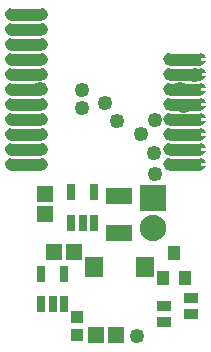
<source format=gts>
G04 MADE WITH FRITZING*
G04 WWW.FRITZING.ORG*
G04 DOUBLE SIDED*
G04 HOLES PLATED*
G04 CONTOUR ON CENTER OF CONTOUR VECTOR*
%ASAXBY*%
%FSLAX23Y23*%
%MOIN*%
%OFA0B0*%
%SFA1.0B1.0*%
%ADD10C,0.049370*%
%ADD11C,0.088000*%
%ADD12R,0.088000X0.088000*%
%ADD13R,0.041496X0.045433*%
%ADD14R,0.031654X0.057244*%
%ADD15R,0.088740X0.057244*%
%ADD16R,0.060000X0.067874*%
%ADD17R,0.053307X0.057244*%
%ADD18R,0.057244X0.053307*%
%ADD19R,0.041496X0.041496*%
%ADD20R,0.110000X0.042000*%
%ADD21R,0.045433X0.037559*%
%ADD22R,0.001000X0.001000*%
%LNMASK1*%
G90*
G70*
G54D10*
X633Y923D03*
G54D11*
X493Y512D03*
X493Y412D03*
G54D10*
X584Y874D03*
X334Y828D03*
X596Y820D03*
X118Y875D03*
X258Y871D03*
X256Y813D03*
X374Y770D03*
X454Y726D03*
X499Y773D03*
X499Y593D03*
X440Y51D03*
X496Y661D03*
G54D12*
X493Y512D03*
G54D13*
X527Y246D03*
X602Y246D03*
X564Y328D03*
G54D14*
X222Y429D03*
X259Y429D03*
X296Y429D03*
X296Y531D03*
X222Y531D03*
G54D15*
X380Y394D03*
X380Y520D03*
G54D16*
X467Y281D03*
X298Y281D03*
G54D17*
X134Y459D03*
X134Y526D03*
G54D18*
X372Y55D03*
X305Y55D03*
G54D19*
X241Y114D03*
X241Y55D03*
G54D18*
X231Y333D03*
X164Y333D03*
G54D20*
X600Y623D03*
X600Y673D03*
X600Y723D03*
X600Y773D03*
X600Y823D03*
X600Y873D03*
X600Y923D03*
X600Y973D03*
X72Y1123D03*
X72Y1073D03*
X72Y1023D03*
X72Y973D03*
X72Y923D03*
X72Y873D03*
X72Y823D03*
X72Y773D03*
X72Y723D03*
X72Y673D03*
X72Y623D03*
G54D14*
X122Y157D03*
X160Y157D03*
X197Y157D03*
X197Y259D03*
X122Y259D03*
G54D21*
X621Y126D03*
X621Y177D03*
X531Y151D03*
X531Y100D03*
G54D22*
X17Y1144D02*
X21Y1144D01*
X122Y1144D02*
X127Y1144D01*
X14Y1143D02*
X21Y1143D01*
X122Y1143D02*
X129Y1143D01*
X12Y1142D02*
X21Y1142D01*
X122Y1142D02*
X131Y1142D01*
X11Y1141D02*
X21Y1141D01*
X122Y1141D02*
X133Y1141D01*
X10Y1140D02*
X21Y1140D01*
X122Y1140D02*
X134Y1140D01*
X8Y1139D02*
X21Y1139D01*
X122Y1139D02*
X135Y1139D01*
X7Y1138D02*
X21Y1138D01*
X122Y1138D02*
X136Y1138D01*
X7Y1137D02*
X21Y1137D01*
X122Y1137D02*
X137Y1137D01*
X6Y1136D02*
X21Y1136D01*
X122Y1136D02*
X138Y1136D01*
X5Y1135D02*
X21Y1135D01*
X122Y1135D02*
X139Y1135D01*
X4Y1134D02*
X21Y1134D01*
X122Y1134D02*
X139Y1134D01*
X4Y1133D02*
X21Y1133D01*
X122Y1133D02*
X140Y1133D01*
X3Y1132D02*
X21Y1132D01*
X122Y1132D02*
X140Y1132D01*
X3Y1131D02*
X21Y1131D01*
X122Y1131D02*
X141Y1131D01*
X2Y1130D02*
X21Y1130D01*
X122Y1130D02*
X141Y1130D01*
X2Y1129D02*
X21Y1129D01*
X122Y1129D02*
X142Y1129D01*
X2Y1128D02*
X21Y1128D01*
X122Y1128D02*
X142Y1128D01*
X2Y1127D02*
X21Y1127D01*
X122Y1127D02*
X142Y1127D01*
X2Y1126D02*
X21Y1126D01*
X122Y1126D02*
X142Y1126D01*
X1Y1125D02*
X21Y1125D01*
X122Y1125D02*
X142Y1125D01*
X1Y1124D02*
X21Y1124D01*
X122Y1124D02*
X142Y1124D01*
X1Y1123D02*
X21Y1123D01*
X122Y1123D02*
X142Y1123D01*
X2Y1122D02*
X21Y1122D01*
X122Y1122D02*
X142Y1122D01*
X2Y1121D02*
X21Y1121D01*
X122Y1121D02*
X142Y1121D01*
X2Y1120D02*
X21Y1120D01*
X122Y1120D02*
X142Y1120D01*
X2Y1119D02*
X21Y1119D01*
X122Y1119D02*
X142Y1119D01*
X2Y1118D02*
X21Y1118D01*
X122Y1118D02*
X141Y1118D01*
X3Y1117D02*
X21Y1117D01*
X122Y1117D02*
X141Y1117D01*
X3Y1116D02*
X21Y1116D01*
X122Y1116D02*
X141Y1116D01*
X4Y1115D02*
X21Y1115D01*
X122Y1115D02*
X140Y1115D01*
X4Y1114D02*
X21Y1114D01*
X122Y1114D02*
X140Y1114D01*
X5Y1113D02*
X21Y1113D01*
X122Y1113D02*
X139Y1113D01*
X5Y1112D02*
X21Y1112D01*
X122Y1112D02*
X138Y1112D01*
X6Y1111D02*
X21Y1111D01*
X122Y1111D02*
X138Y1111D01*
X7Y1110D02*
X21Y1110D01*
X122Y1110D02*
X137Y1110D01*
X8Y1109D02*
X21Y1109D01*
X122Y1109D02*
X136Y1109D01*
X9Y1108D02*
X21Y1108D01*
X122Y1108D02*
X135Y1108D01*
X10Y1107D02*
X21Y1107D01*
X122Y1107D02*
X133Y1107D01*
X12Y1106D02*
X21Y1106D01*
X122Y1106D02*
X132Y1106D01*
X14Y1105D02*
X21Y1105D01*
X122Y1105D02*
X130Y1105D01*
X16Y1104D02*
X21Y1104D01*
X122Y1104D02*
X128Y1104D01*
X20Y1103D02*
X21Y1103D01*
X123Y1103D02*
X124Y1103D01*
X17Y1094D02*
X21Y1094D01*
X122Y1094D02*
X127Y1094D01*
X14Y1093D02*
X21Y1093D01*
X122Y1093D02*
X129Y1093D01*
X12Y1092D02*
X21Y1092D01*
X122Y1092D02*
X131Y1092D01*
X11Y1091D02*
X21Y1091D01*
X122Y1091D02*
X133Y1091D01*
X10Y1090D02*
X21Y1090D01*
X122Y1090D02*
X134Y1090D01*
X8Y1089D02*
X21Y1089D01*
X122Y1089D02*
X135Y1089D01*
X7Y1088D02*
X21Y1088D01*
X122Y1088D02*
X136Y1088D01*
X7Y1087D02*
X21Y1087D01*
X122Y1087D02*
X137Y1087D01*
X6Y1086D02*
X21Y1086D01*
X122Y1086D02*
X138Y1086D01*
X5Y1085D02*
X21Y1085D01*
X122Y1085D02*
X139Y1085D01*
X4Y1084D02*
X21Y1084D01*
X122Y1084D02*
X139Y1084D01*
X4Y1083D02*
X21Y1083D01*
X122Y1083D02*
X140Y1083D01*
X3Y1082D02*
X21Y1082D01*
X122Y1082D02*
X140Y1082D01*
X3Y1081D02*
X21Y1081D01*
X122Y1081D02*
X141Y1081D01*
X2Y1080D02*
X21Y1080D01*
X122Y1080D02*
X141Y1080D01*
X2Y1079D02*
X21Y1079D01*
X122Y1079D02*
X142Y1079D01*
X2Y1078D02*
X21Y1078D01*
X122Y1078D02*
X142Y1078D01*
X2Y1077D02*
X21Y1077D01*
X122Y1077D02*
X142Y1077D01*
X2Y1076D02*
X21Y1076D01*
X122Y1076D02*
X142Y1076D01*
X1Y1075D02*
X21Y1075D01*
X122Y1075D02*
X142Y1075D01*
X1Y1074D02*
X21Y1074D01*
X122Y1074D02*
X142Y1074D01*
X1Y1073D02*
X21Y1073D01*
X122Y1073D02*
X142Y1073D01*
X2Y1072D02*
X21Y1072D01*
X122Y1072D02*
X142Y1072D01*
X2Y1071D02*
X21Y1071D01*
X122Y1071D02*
X142Y1071D01*
X2Y1070D02*
X21Y1070D01*
X122Y1070D02*
X142Y1070D01*
X2Y1069D02*
X21Y1069D01*
X122Y1069D02*
X142Y1069D01*
X2Y1068D02*
X21Y1068D01*
X122Y1068D02*
X141Y1068D01*
X3Y1067D02*
X21Y1067D01*
X122Y1067D02*
X141Y1067D01*
X3Y1066D02*
X21Y1066D01*
X122Y1066D02*
X141Y1066D01*
X4Y1065D02*
X21Y1065D01*
X122Y1065D02*
X140Y1065D01*
X4Y1064D02*
X21Y1064D01*
X122Y1064D02*
X140Y1064D01*
X5Y1063D02*
X21Y1063D01*
X122Y1063D02*
X139Y1063D01*
X5Y1062D02*
X21Y1062D01*
X122Y1062D02*
X138Y1062D01*
X6Y1061D02*
X21Y1061D01*
X122Y1061D02*
X138Y1061D01*
X7Y1060D02*
X21Y1060D01*
X122Y1060D02*
X137Y1060D01*
X8Y1059D02*
X21Y1059D01*
X122Y1059D02*
X136Y1059D01*
X9Y1058D02*
X21Y1058D01*
X122Y1058D02*
X135Y1058D01*
X10Y1057D02*
X21Y1057D01*
X122Y1057D02*
X133Y1057D01*
X12Y1056D02*
X21Y1056D01*
X122Y1056D02*
X132Y1056D01*
X14Y1055D02*
X21Y1055D01*
X122Y1055D02*
X130Y1055D01*
X16Y1054D02*
X21Y1054D01*
X122Y1054D02*
X128Y1054D01*
X20Y1053D02*
X21Y1053D01*
X123Y1053D02*
X124Y1053D01*
X17Y1044D02*
X21Y1044D01*
X122Y1044D02*
X127Y1044D01*
X14Y1043D02*
X21Y1043D01*
X122Y1043D02*
X129Y1043D01*
X12Y1042D02*
X21Y1042D01*
X122Y1042D02*
X131Y1042D01*
X11Y1041D02*
X21Y1041D01*
X122Y1041D02*
X133Y1041D01*
X10Y1040D02*
X21Y1040D01*
X122Y1040D02*
X134Y1040D01*
X8Y1039D02*
X21Y1039D01*
X122Y1039D02*
X135Y1039D01*
X7Y1038D02*
X21Y1038D01*
X122Y1038D02*
X136Y1038D01*
X7Y1037D02*
X21Y1037D01*
X122Y1037D02*
X137Y1037D01*
X6Y1036D02*
X21Y1036D01*
X122Y1036D02*
X138Y1036D01*
X5Y1035D02*
X21Y1035D01*
X122Y1035D02*
X139Y1035D01*
X4Y1034D02*
X21Y1034D01*
X122Y1034D02*
X139Y1034D01*
X4Y1033D02*
X21Y1033D01*
X122Y1033D02*
X140Y1033D01*
X3Y1032D02*
X21Y1032D01*
X122Y1032D02*
X140Y1032D01*
X3Y1031D02*
X21Y1031D01*
X122Y1031D02*
X141Y1031D01*
X2Y1030D02*
X21Y1030D01*
X122Y1030D02*
X141Y1030D01*
X2Y1029D02*
X21Y1029D01*
X122Y1029D02*
X142Y1029D01*
X2Y1028D02*
X21Y1028D01*
X122Y1028D02*
X142Y1028D01*
X2Y1027D02*
X21Y1027D01*
X122Y1027D02*
X142Y1027D01*
X2Y1026D02*
X21Y1026D01*
X122Y1026D02*
X142Y1026D01*
X1Y1025D02*
X21Y1025D01*
X122Y1025D02*
X142Y1025D01*
X1Y1024D02*
X21Y1024D01*
X122Y1024D02*
X142Y1024D01*
X1Y1023D02*
X21Y1023D01*
X122Y1023D02*
X142Y1023D01*
X2Y1022D02*
X21Y1022D01*
X122Y1022D02*
X142Y1022D01*
X2Y1021D02*
X21Y1021D01*
X122Y1021D02*
X142Y1021D01*
X2Y1020D02*
X21Y1020D01*
X122Y1020D02*
X142Y1020D01*
X2Y1019D02*
X21Y1019D01*
X122Y1019D02*
X142Y1019D01*
X2Y1018D02*
X21Y1018D01*
X122Y1018D02*
X141Y1018D01*
X3Y1017D02*
X21Y1017D01*
X122Y1017D02*
X141Y1017D01*
X3Y1016D02*
X21Y1016D01*
X122Y1016D02*
X141Y1016D01*
X4Y1015D02*
X21Y1015D01*
X122Y1015D02*
X140Y1015D01*
X4Y1014D02*
X21Y1014D01*
X122Y1014D02*
X140Y1014D01*
X5Y1013D02*
X21Y1013D01*
X122Y1013D02*
X139Y1013D01*
X5Y1012D02*
X21Y1012D01*
X122Y1012D02*
X138Y1012D01*
X6Y1011D02*
X21Y1011D01*
X122Y1011D02*
X138Y1011D01*
X7Y1010D02*
X21Y1010D01*
X122Y1010D02*
X137Y1010D01*
X8Y1009D02*
X21Y1009D01*
X122Y1009D02*
X136Y1009D01*
X9Y1008D02*
X21Y1008D01*
X122Y1008D02*
X135Y1008D01*
X10Y1007D02*
X21Y1007D01*
X122Y1007D02*
X133Y1007D01*
X12Y1006D02*
X21Y1006D01*
X122Y1006D02*
X132Y1006D01*
X14Y1005D02*
X21Y1005D01*
X122Y1005D02*
X130Y1005D01*
X16Y1004D02*
X21Y1004D01*
X122Y1004D02*
X128Y1004D01*
X20Y1003D02*
X21Y1003D01*
X123Y1003D02*
X124Y1003D01*
X17Y994D02*
X21Y994D01*
X122Y994D02*
X127Y994D01*
X545Y994D02*
X549Y994D01*
X650Y994D02*
X655Y994D01*
X14Y993D02*
X21Y993D01*
X122Y993D02*
X129Y993D01*
X542Y993D02*
X549Y993D01*
X650Y993D02*
X657Y993D01*
X12Y992D02*
X21Y992D01*
X122Y992D02*
X131Y992D01*
X540Y992D02*
X549Y992D01*
X650Y992D02*
X659Y992D01*
X11Y991D02*
X21Y991D01*
X122Y991D02*
X133Y991D01*
X539Y991D02*
X549Y991D01*
X650Y991D02*
X661Y991D01*
X10Y990D02*
X21Y990D01*
X122Y990D02*
X134Y990D01*
X537Y990D02*
X549Y990D01*
X650Y990D02*
X662Y990D01*
X8Y989D02*
X21Y989D01*
X122Y989D02*
X135Y989D01*
X536Y989D02*
X549Y989D01*
X650Y989D02*
X663Y989D01*
X7Y988D02*
X21Y988D01*
X122Y988D02*
X136Y988D01*
X535Y988D02*
X549Y988D01*
X650Y988D02*
X664Y988D01*
X7Y987D02*
X21Y987D01*
X122Y987D02*
X137Y987D01*
X534Y987D02*
X549Y987D01*
X650Y987D02*
X665Y987D01*
X6Y986D02*
X21Y986D01*
X122Y986D02*
X138Y986D01*
X533Y986D02*
X549Y986D01*
X650Y986D02*
X666Y986D01*
X5Y985D02*
X21Y985D01*
X122Y985D02*
X139Y985D01*
X533Y985D02*
X549Y985D01*
X650Y985D02*
X667Y985D01*
X4Y984D02*
X21Y984D01*
X122Y984D02*
X139Y984D01*
X532Y984D02*
X549Y984D01*
X650Y984D02*
X667Y984D01*
X4Y983D02*
X21Y983D01*
X122Y983D02*
X140Y983D01*
X532Y983D02*
X549Y983D01*
X650Y983D02*
X668Y983D01*
X3Y982D02*
X21Y982D01*
X122Y982D02*
X140Y982D01*
X531Y982D02*
X549Y982D01*
X650Y982D02*
X668Y982D01*
X3Y981D02*
X21Y981D01*
X122Y981D02*
X141Y981D01*
X531Y981D02*
X549Y981D01*
X650Y981D02*
X669Y981D01*
X2Y980D02*
X21Y980D01*
X122Y980D02*
X141Y980D01*
X530Y980D02*
X549Y980D01*
X650Y980D02*
X669Y980D01*
X2Y979D02*
X21Y979D01*
X122Y979D02*
X142Y979D01*
X530Y979D02*
X549Y979D01*
X650Y979D02*
X669Y979D01*
X2Y978D02*
X21Y978D01*
X122Y978D02*
X142Y978D01*
X530Y978D02*
X549Y978D01*
X2Y977D02*
X21Y977D01*
X122Y977D02*
X142Y977D01*
X529Y977D02*
X549Y977D01*
X2Y976D02*
X21Y976D01*
X122Y976D02*
X142Y976D01*
X529Y976D02*
X549Y976D01*
X1Y975D02*
X21Y975D01*
X122Y975D02*
X142Y975D01*
X529Y975D02*
X549Y975D01*
X1Y974D02*
X21Y974D01*
X122Y974D02*
X142Y974D01*
X529Y974D02*
X549Y974D01*
X1Y973D02*
X21Y973D01*
X122Y973D02*
X142Y973D01*
X529Y973D02*
X549Y973D01*
X2Y972D02*
X21Y972D01*
X122Y972D02*
X142Y972D01*
X529Y972D02*
X549Y972D01*
X2Y971D02*
X21Y971D01*
X122Y971D02*
X142Y971D01*
X529Y971D02*
X549Y971D01*
X2Y970D02*
X21Y970D01*
X122Y970D02*
X142Y970D01*
X530Y970D02*
X549Y970D01*
X2Y969D02*
X21Y969D01*
X122Y969D02*
X142Y969D01*
X530Y969D02*
X549Y969D01*
X650Y969D02*
X669Y969D01*
X2Y968D02*
X21Y968D01*
X122Y968D02*
X141Y968D01*
X530Y968D02*
X549Y968D01*
X650Y968D02*
X669Y968D01*
X3Y967D02*
X21Y967D01*
X122Y967D02*
X141Y967D01*
X530Y967D02*
X549Y967D01*
X650Y967D02*
X669Y967D01*
X3Y966D02*
X21Y966D01*
X122Y966D02*
X141Y966D01*
X531Y966D02*
X549Y966D01*
X650Y966D02*
X668Y966D01*
X4Y965D02*
X21Y965D01*
X122Y965D02*
X140Y965D01*
X531Y965D02*
X549Y965D01*
X650Y965D02*
X668Y965D01*
X4Y964D02*
X21Y964D01*
X122Y964D02*
X140Y964D01*
X532Y964D02*
X549Y964D01*
X650Y964D02*
X667Y964D01*
X5Y963D02*
X21Y963D01*
X122Y963D02*
X139Y963D01*
X533Y963D02*
X549Y963D01*
X650Y963D02*
X667Y963D01*
X5Y962D02*
X21Y962D01*
X122Y962D02*
X138Y962D01*
X533Y962D02*
X549Y962D01*
X650Y962D02*
X666Y962D01*
X6Y961D02*
X21Y961D01*
X122Y961D02*
X138Y961D01*
X534Y961D02*
X549Y961D01*
X650Y961D02*
X665Y961D01*
X7Y960D02*
X21Y960D01*
X122Y960D02*
X137Y960D01*
X535Y960D02*
X549Y960D01*
X650Y960D02*
X664Y960D01*
X8Y959D02*
X21Y959D01*
X122Y959D02*
X136Y959D01*
X536Y959D02*
X549Y959D01*
X650Y959D02*
X663Y959D01*
X9Y958D02*
X21Y958D01*
X122Y958D02*
X135Y958D01*
X537Y958D02*
X549Y958D01*
X650Y958D02*
X662Y958D01*
X10Y957D02*
X21Y957D01*
X122Y957D02*
X133Y957D01*
X538Y957D02*
X549Y957D01*
X650Y957D02*
X661Y957D01*
X12Y956D02*
X21Y956D01*
X122Y956D02*
X132Y956D01*
X540Y956D02*
X549Y956D01*
X650Y956D02*
X660Y956D01*
X14Y955D02*
X21Y955D01*
X122Y955D02*
X130Y955D01*
X541Y955D02*
X549Y955D01*
X650Y955D02*
X658Y955D01*
X16Y954D02*
X21Y954D01*
X122Y954D02*
X128Y954D01*
X544Y954D02*
X549Y954D01*
X650Y954D02*
X656Y954D01*
X20Y953D02*
X21Y953D01*
X123Y953D02*
X124Y953D01*
X548Y953D02*
X549Y953D01*
X650Y953D02*
X652Y953D01*
X17Y944D02*
X21Y944D01*
X122Y944D02*
X127Y944D01*
X545Y944D02*
X549Y944D01*
X650Y944D02*
X655Y944D01*
X14Y943D02*
X21Y943D01*
X122Y943D02*
X129Y943D01*
X542Y943D02*
X549Y943D01*
X650Y943D02*
X657Y943D01*
X12Y942D02*
X21Y942D01*
X122Y942D02*
X131Y942D01*
X540Y942D02*
X549Y942D01*
X650Y942D02*
X659Y942D01*
X11Y941D02*
X21Y941D01*
X122Y941D02*
X133Y941D01*
X539Y941D02*
X549Y941D01*
X650Y941D02*
X661Y941D01*
X10Y940D02*
X21Y940D01*
X122Y940D02*
X134Y940D01*
X537Y940D02*
X549Y940D01*
X650Y940D02*
X662Y940D01*
X8Y939D02*
X21Y939D01*
X122Y939D02*
X135Y939D01*
X536Y939D02*
X549Y939D01*
X650Y939D02*
X663Y939D01*
X7Y938D02*
X21Y938D01*
X122Y938D02*
X136Y938D01*
X535Y938D02*
X549Y938D01*
X650Y938D02*
X664Y938D01*
X7Y937D02*
X21Y937D01*
X122Y937D02*
X137Y937D01*
X534Y937D02*
X549Y937D01*
X650Y937D02*
X665Y937D01*
X6Y936D02*
X21Y936D01*
X122Y936D02*
X138Y936D01*
X533Y936D02*
X549Y936D01*
X650Y936D02*
X666Y936D01*
X5Y935D02*
X21Y935D01*
X122Y935D02*
X139Y935D01*
X533Y935D02*
X549Y935D01*
X650Y935D02*
X667Y935D01*
X4Y934D02*
X21Y934D01*
X122Y934D02*
X139Y934D01*
X532Y934D02*
X549Y934D01*
X650Y934D02*
X667Y934D01*
X4Y933D02*
X21Y933D01*
X122Y933D02*
X140Y933D01*
X532Y933D02*
X549Y933D01*
X650Y933D02*
X668Y933D01*
X3Y932D02*
X21Y932D01*
X122Y932D02*
X140Y932D01*
X531Y932D02*
X549Y932D01*
X650Y932D02*
X668Y932D01*
X3Y931D02*
X21Y931D01*
X122Y931D02*
X141Y931D01*
X531Y931D02*
X549Y931D01*
X650Y931D02*
X669Y931D01*
X2Y930D02*
X21Y930D01*
X122Y930D02*
X141Y930D01*
X530Y930D02*
X549Y930D01*
X650Y930D02*
X669Y930D01*
X2Y929D02*
X21Y929D01*
X122Y929D02*
X142Y929D01*
X530Y929D02*
X549Y929D01*
X650Y929D02*
X669Y929D01*
X2Y928D02*
X21Y928D01*
X122Y928D02*
X142Y928D01*
X530Y928D02*
X549Y928D01*
X2Y927D02*
X21Y927D01*
X122Y927D02*
X142Y927D01*
X529Y927D02*
X549Y927D01*
X2Y926D02*
X21Y926D01*
X122Y926D02*
X142Y926D01*
X529Y926D02*
X549Y926D01*
X1Y925D02*
X21Y925D01*
X122Y925D02*
X142Y925D01*
X529Y925D02*
X549Y925D01*
X1Y924D02*
X21Y924D01*
X122Y924D02*
X142Y924D01*
X529Y924D02*
X549Y924D01*
X1Y923D02*
X21Y923D01*
X122Y923D02*
X142Y923D01*
X529Y923D02*
X549Y923D01*
X2Y922D02*
X21Y922D01*
X122Y922D02*
X142Y922D01*
X529Y922D02*
X549Y922D01*
X2Y921D02*
X21Y921D01*
X122Y921D02*
X142Y921D01*
X529Y921D02*
X549Y921D01*
X2Y920D02*
X21Y920D01*
X122Y920D02*
X142Y920D01*
X530Y920D02*
X549Y920D01*
X2Y919D02*
X21Y919D01*
X122Y919D02*
X142Y919D01*
X530Y919D02*
X549Y919D01*
X650Y919D02*
X669Y919D01*
X2Y918D02*
X21Y918D01*
X122Y918D02*
X141Y918D01*
X530Y918D02*
X549Y918D01*
X650Y918D02*
X669Y918D01*
X3Y917D02*
X21Y917D01*
X122Y917D02*
X141Y917D01*
X530Y917D02*
X549Y917D01*
X650Y917D02*
X669Y917D01*
X3Y916D02*
X21Y916D01*
X122Y916D02*
X141Y916D01*
X531Y916D02*
X549Y916D01*
X650Y916D02*
X668Y916D01*
X4Y915D02*
X21Y915D01*
X122Y915D02*
X140Y915D01*
X531Y915D02*
X549Y915D01*
X650Y915D02*
X668Y915D01*
X4Y914D02*
X21Y914D01*
X122Y914D02*
X140Y914D01*
X532Y914D02*
X549Y914D01*
X650Y914D02*
X667Y914D01*
X5Y913D02*
X21Y913D01*
X122Y913D02*
X139Y913D01*
X533Y913D02*
X549Y913D01*
X650Y913D02*
X667Y913D01*
X5Y912D02*
X21Y912D01*
X122Y912D02*
X138Y912D01*
X533Y912D02*
X549Y912D01*
X650Y912D02*
X666Y912D01*
X6Y911D02*
X21Y911D01*
X122Y911D02*
X138Y911D01*
X534Y911D02*
X549Y911D01*
X650Y911D02*
X665Y911D01*
X7Y910D02*
X21Y910D01*
X122Y910D02*
X137Y910D01*
X535Y910D02*
X549Y910D01*
X650Y910D02*
X664Y910D01*
X8Y909D02*
X21Y909D01*
X122Y909D02*
X136Y909D01*
X536Y909D02*
X549Y909D01*
X650Y909D02*
X663Y909D01*
X9Y908D02*
X21Y908D01*
X122Y908D02*
X135Y908D01*
X537Y908D02*
X549Y908D01*
X650Y908D02*
X662Y908D01*
X10Y907D02*
X21Y907D01*
X122Y907D02*
X133Y907D01*
X538Y907D02*
X549Y907D01*
X650Y907D02*
X661Y907D01*
X12Y906D02*
X21Y906D01*
X122Y906D02*
X132Y906D01*
X540Y906D02*
X549Y906D01*
X650Y906D02*
X660Y906D01*
X14Y905D02*
X21Y905D01*
X122Y905D02*
X130Y905D01*
X541Y905D02*
X549Y905D01*
X650Y905D02*
X658Y905D01*
X16Y904D02*
X21Y904D01*
X122Y904D02*
X128Y904D01*
X544Y904D02*
X549Y904D01*
X650Y904D02*
X656Y904D01*
X20Y903D02*
X21Y903D01*
X123Y903D02*
X124Y903D01*
X548Y903D02*
X549Y903D01*
X650Y903D02*
X652Y903D01*
X17Y894D02*
X21Y894D01*
X122Y894D02*
X127Y894D01*
X545Y894D02*
X549Y894D01*
X650Y894D02*
X655Y894D01*
X14Y893D02*
X21Y893D01*
X122Y893D02*
X129Y893D01*
X542Y893D02*
X549Y893D01*
X650Y893D02*
X657Y893D01*
X12Y892D02*
X21Y892D01*
X122Y892D02*
X131Y892D01*
X540Y892D02*
X549Y892D01*
X650Y892D02*
X659Y892D01*
X11Y891D02*
X21Y891D01*
X122Y891D02*
X133Y891D01*
X539Y891D02*
X549Y891D01*
X650Y891D02*
X661Y891D01*
X10Y890D02*
X21Y890D01*
X122Y890D02*
X134Y890D01*
X537Y890D02*
X549Y890D01*
X650Y890D02*
X662Y890D01*
X8Y889D02*
X21Y889D01*
X122Y889D02*
X135Y889D01*
X536Y889D02*
X549Y889D01*
X650Y889D02*
X663Y889D01*
X7Y888D02*
X21Y888D01*
X122Y888D02*
X136Y888D01*
X535Y888D02*
X549Y888D01*
X650Y888D02*
X664Y888D01*
X7Y887D02*
X21Y887D01*
X122Y887D02*
X137Y887D01*
X534Y887D02*
X549Y887D01*
X650Y887D02*
X665Y887D01*
X6Y886D02*
X21Y886D01*
X122Y886D02*
X138Y886D01*
X533Y886D02*
X549Y886D01*
X650Y886D02*
X666Y886D01*
X5Y885D02*
X21Y885D01*
X122Y885D02*
X139Y885D01*
X533Y885D02*
X549Y885D01*
X650Y885D02*
X667Y885D01*
X4Y884D02*
X21Y884D01*
X122Y884D02*
X139Y884D01*
X532Y884D02*
X549Y884D01*
X650Y884D02*
X667Y884D01*
X4Y883D02*
X21Y883D01*
X122Y883D02*
X140Y883D01*
X532Y883D02*
X549Y883D01*
X650Y883D02*
X668Y883D01*
X3Y882D02*
X21Y882D01*
X122Y882D02*
X140Y882D01*
X531Y882D02*
X549Y882D01*
X650Y882D02*
X668Y882D01*
X3Y881D02*
X21Y881D01*
X122Y881D02*
X141Y881D01*
X531Y881D02*
X549Y881D01*
X650Y881D02*
X669Y881D01*
X2Y880D02*
X21Y880D01*
X122Y880D02*
X141Y880D01*
X530Y880D02*
X549Y880D01*
X650Y880D02*
X669Y880D01*
X2Y879D02*
X21Y879D01*
X122Y879D02*
X142Y879D01*
X530Y879D02*
X549Y879D01*
X650Y879D02*
X669Y879D01*
X2Y878D02*
X21Y878D01*
X122Y878D02*
X142Y878D01*
X530Y878D02*
X549Y878D01*
X2Y877D02*
X21Y877D01*
X122Y877D02*
X142Y877D01*
X529Y877D02*
X549Y877D01*
X2Y876D02*
X21Y876D01*
X122Y876D02*
X142Y876D01*
X529Y876D02*
X549Y876D01*
X1Y875D02*
X21Y875D01*
X122Y875D02*
X142Y875D01*
X529Y875D02*
X549Y875D01*
X1Y874D02*
X21Y874D01*
X122Y874D02*
X142Y874D01*
X529Y874D02*
X549Y874D01*
X1Y873D02*
X21Y873D01*
X122Y873D02*
X142Y873D01*
X529Y873D02*
X549Y873D01*
X2Y872D02*
X21Y872D01*
X122Y872D02*
X142Y872D01*
X529Y872D02*
X549Y872D01*
X2Y871D02*
X21Y871D01*
X122Y871D02*
X142Y871D01*
X529Y871D02*
X549Y871D01*
X2Y870D02*
X21Y870D01*
X122Y870D02*
X142Y870D01*
X530Y870D02*
X549Y870D01*
X2Y869D02*
X21Y869D01*
X122Y869D02*
X142Y869D01*
X530Y869D02*
X549Y869D01*
X650Y869D02*
X669Y869D01*
X2Y868D02*
X21Y868D01*
X122Y868D02*
X141Y868D01*
X530Y868D02*
X549Y868D01*
X650Y868D02*
X669Y868D01*
X3Y867D02*
X21Y867D01*
X122Y867D02*
X141Y867D01*
X530Y867D02*
X549Y867D01*
X650Y867D02*
X669Y867D01*
X3Y866D02*
X21Y866D01*
X122Y866D02*
X141Y866D01*
X531Y866D02*
X549Y866D01*
X650Y866D02*
X668Y866D01*
X4Y865D02*
X21Y865D01*
X122Y865D02*
X140Y865D01*
X531Y865D02*
X549Y865D01*
X650Y865D02*
X668Y865D01*
X4Y864D02*
X21Y864D01*
X122Y864D02*
X140Y864D01*
X532Y864D02*
X549Y864D01*
X650Y864D02*
X667Y864D01*
X5Y863D02*
X21Y863D01*
X122Y863D02*
X139Y863D01*
X533Y863D02*
X549Y863D01*
X650Y863D02*
X667Y863D01*
X5Y862D02*
X21Y862D01*
X122Y862D02*
X138Y862D01*
X533Y862D02*
X549Y862D01*
X650Y862D02*
X666Y862D01*
X6Y861D02*
X21Y861D01*
X122Y861D02*
X138Y861D01*
X534Y861D02*
X549Y861D01*
X650Y861D02*
X665Y861D01*
X7Y860D02*
X21Y860D01*
X122Y860D02*
X137Y860D01*
X535Y860D02*
X549Y860D01*
X650Y860D02*
X664Y860D01*
X8Y859D02*
X21Y859D01*
X122Y859D02*
X136Y859D01*
X536Y859D02*
X549Y859D01*
X650Y859D02*
X663Y859D01*
X9Y858D02*
X21Y858D01*
X122Y858D02*
X135Y858D01*
X537Y858D02*
X549Y858D01*
X650Y858D02*
X662Y858D01*
X10Y857D02*
X21Y857D01*
X122Y857D02*
X133Y857D01*
X538Y857D02*
X549Y857D01*
X650Y857D02*
X661Y857D01*
X12Y856D02*
X21Y856D01*
X122Y856D02*
X132Y856D01*
X540Y856D02*
X549Y856D01*
X650Y856D02*
X660Y856D01*
X14Y855D02*
X21Y855D01*
X122Y855D02*
X130Y855D01*
X541Y855D02*
X549Y855D01*
X650Y855D02*
X658Y855D01*
X16Y854D02*
X21Y854D01*
X122Y854D02*
X128Y854D01*
X544Y854D02*
X549Y854D01*
X650Y854D02*
X656Y854D01*
X20Y853D02*
X21Y853D01*
X123Y853D02*
X124Y853D01*
X548Y853D02*
X549Y853D01*
X650Y853D02*
X652Y853D01*
X17Y844D02*
X21Y844D01*
X122Y844D02*
X127Y844D01*
X545Y844D02*
X549Y844D01*
X650Y844D02*
X655Y844D01*
X14Y843D02*
X21Y843D01*
X122Y843D02*
X129Y843D01*
X542Y843D02*
X549Y843D01*
X650Y843D02*
X657Y843D01*
X12Y842D02*
X21Y842D01*
X122Y842D02*
X131Y842D01*
X540Y842D02*
X549Y842D01*
X650Y842D02*
X659Y842D01*
X11Y841D02*
X21Y841D01*
X122Y841D02*
X133Y841D01*
X539Y841D02*
X549Y841D01*
X650Y841D02*
X661Y841D01*
X10Y840D02*
X21Y840D01*
X122Y840D02*
X134Y840D01*
X537Y840D02*
X549Y840D01*
X650Y840D02*
X662Y840D01*
X8Y839D02*
X21Y839D01*
X122Y839D02*
X135Y839D01*
X536Y839D02*
X549Y839D01*
X650Y839D02*
X663Y839D01*
X7Y838D02*
X21Y838D01*
X122Y838D02*
X136Y838D01*
X535Y838D02*
X549Y838D01*
X650Y838D02*
X664Y838D01*
X7Y837D02*
X21Y837D01*
X122Y837D02*
X137Y837D01*
X534Y837D02*
X549Y837D01*
X650Y837D02*
X665Y837D01*
X6Y836D02*
X21Y836D01*
X122Y836D02*
X138Y836D01*
X533Y836D02*
X549Y836D01*
X650Y836D02*
X666Y836D01*
X5Y835D02*
X21Y835D01*
X122Y835D02*
X139Y835D01*
X533Y835D02*
X549Y835D01*
X650Y835D02*
X667Y835D01*
X4Y834D02*
X21Y834D01*
X122Y834D02*
X139Y834D01*
X532Y834D02*
X549Y834D01*
X650Y834D02*
X667Y834D01*
X4Y833D02*
X21Y833D01*
X122Y833D02*
X140Y833D01*
X532Y833D02*
X549Y833D01*
X650Y833D02*
X668Y833D01*
X3Y832D02*
X21Y832D01*
X122Y832D02*
X140Y832D01*
X531Y832D02*
X549Y832D01*
X650Y832D02*
X668Y832D01*
X3Y831D02*
X21Y831D01*
X122Y831D02*
X141Y831D01*
X531Y831D02*
X549Y831D01*
X650Y831D02*
X669Y831D01*
X2Y830D02*
X21Y830D01*
X122Y830D02*
X141Y830D01*
X530Y830D02*
X549Y830D01*
X650Y830D02*
X669Y830D01*
X2Y829D02*
X21Y829D01*
X122Y829D02*
X142Y829D01*
X530Y829D02*
X549Y829D01*
X650Y829D02*
X669Y829D01*
X2Y828D02*
X21Y828D01*
X122Y828D02*
X142Y828D01*
X530Y828D02*
X549Y828D01*
X2Y827D02*
X21Y827D01*
X122Y827D02*
X142Y827D01*
X529Y827D02*
X549Y827D01*
X2Y826D02*
X21Y826D01*
X122Y826D02*
X142Y826D01*
X529Y826D02*
X549Y826D01*
X1Y825D02*
X21Y825D01*
X122Y825D02*
X142Y825D01*
X529Y825D02*
X549Y825D01*
X1Y824D02*
X21Y824D01*
X122Y824D02*
X142Y824D01*
X529Y824D02*
X549Y824D01*
X1Y823D02*
X21Y823D01*
X122Y823D02*
X142Y823D01*
X529Y823D02*
X549Y823D01*
X2Y822D02*
X21Y822D01*
X122Y822D02*
X142Y822D01*
X529Y822D02*
X549Y822D01*
X2Y821D02*
X21Y821D01*
X122Y821D02*
X142Y821D01*
X529Y821D02*
X549Y821D01*
X2Y820D02*
X21Y820D01*
X122Y820D02*
X142Y820D01*
X530Y820D02*
X549Y820D01*
X2Y819D02*
X21Y819D01*
X122Y819D02*
X142Y819D01*
X530Y819D02*
X549Y819D01*
X650Y819D02*
X669Y819D01*
X2Y818D02*
X21Y818D01*
X122Y818D02*
X141Y818D01*
X530Y818D02*
X549Y818D01*
X650Y818D02*
X669Y818D01*
X3Y817D02*
X21Y817D01*
X122Y817D02*
X141Y817D01*
X530Y817D02*
X549Y817D01*
X650Y817D02*
X669Y817D01*
X3Y816D02*
X21Y816D01*
X122Y816D02*
X141Y816D01*
X531Y816D02*
X549Y816D01*
X650Y816D02*
X668Y816D01*
X4Y815D02*
X21Y815D01*
X122Y815D02*
X140Y815D01*
X531Y815D02*
X549Y815D01*
X650Y815D02*
X668Y815D01*
X4Y814D02*
X21Y814D01*
X122Y814D02*
X140Y814D01*
X532Y814D02*
X549Y814D01*
X650Y814D02*
X667Y814D01*
X5Y813D02*
X21Y813D01*
X122Y813D02*
X139Y813D01*
X533Y813D02*
X549Y813D01*
X650Y813D02*
X667Y813D01*
X5Y812D02*
X21Y812D01*
X122Y812D02*
X138Y812D01*
X533Y812D02*
X549Y812D01*
X650Y812D02*
X666Y812D01*
X6Y811D02*
X21Y811D01*
X122Y811D02*
X138Y811D01*
X534Y811D02*
X549Y811D01*
X650Y811D02*
X665Y811D01*
X7Y810D02*
X21Y810D01*
X122Y810D02*
X137Y810D01*
X535Y810D02*
X549Y810D01*
X650Y810D02*
X664Y810D01*
X8Y809D02*
X21Y809D01*
X122Y809D02*
X136Y809D01*
X536Y809D02*
X549Y809D01*
X650Y809D02*
X663Y809D01*
X9Y808D02*
X21Y808D01*
X122Y808D02*
X135Y808D01*
X537Y808D02*
X549Y808D01*
X650Y808D02*
X662Y808D01*
X10Y807D02*
X21Y807D01*
X122Y807D02*
X133Y807D01*
X538Y807D02*
X549Y807D01*
X650Y807D02*
X661Y807D01*
X12Y806D02*
X21Y806D01*
X122Y806D02*
X132Y806D01*
X540Y806D02*
X549Y806D01*
X650Y806D02*
X660Y806D01*
X14Y805D02*
X21Y805D01*
X122Y805D02*
X130Y805D01*
X541Y805D02*
X549Y805D01*
X650Y805D02*
X658Y805D01*
X16Y804D02*
X21Y804D01*
X122Y804D02*
X128Y804D01*
X544Y804D02*
X549Y804D01*
X650Y804D02*
X656Y804D01*
X20Y803D02*
X21Y803D01*
X123Y803D02*
X124Y803D01*
X548Y803D02*
X549Y803D01*
X650Y803D02*
X651Y803D01*
X17Y794D02*
X21Y794D01*
X122Y794D02*
X127Y794D01*
X545Y794D02*
X549Y794D01*
X650Y794D02*
X655Y794D01*
X14Y793D02*
X21Y793D01*
X122Y793D02*
X129Y793D01*
X542Y793D02*
X549Y793D01*
X650Y793D02*
X657Y793D01*
X12Y792D02*
X21Y792D01*
X122Y792D02*
X131Y792D01*
X540Y792D02*
X549Y792D01*
X650Y792D02*
X659Y792D01*
X11Y791D02*
X21Y791D01*
X122Y791D02*
X133Y791D01*
X539Y791D02*
X549Y791D01*
X650Y791D02*
X661Y791D01*
X10Y790D02*
X21Y790D01*
X122Y790D02*
X134Y790D01*
X537Y790D02*
X549Y790D01*
X650Y790D02*
X662Y790D01*
X8Y789D02*
X21Y789D01*
X122Y789D02*
X135Y789D01*
X536Y789D02*
X549Y789D01*
X650Y789D02*
X663Y789D01*
X7Y788D02*
X21Y788D01*
X122Y788D02*
X136Y788D01*
X535Y788D02*
X549Y788D01*
X650Y788D02*
X664Y788D01*
X7Y787D02*
X21Y787D01*
X122Y787D02*
X137Y787D01*
X534Y787D02*
X549Y787D01*
X650Y787D02*
X665Y787D01*
X6Y786D02*
X21Y786D01*
X122Y786D02*
X138Y786D01*
X533Y786D02*
X549Y786D01*
X650Y786D02*
X666Y786D01*
X5Y785D02*
X21Y785D01*
X122Y785D02*
X139Y785D01*
X533Y785D02*
X549Y785D01*
X650Y785D02*
X667Y785D01*
X4Y784D02*
X21Y784D01*
X122Y784D02*
X139Y784D01*
X532Y784D02*
X549Y784D01*
X650Y784D02*
X667Y784D01*
X4Y783D02*
X21Y783D01*
X122Y783D02*
X140Y783D01*
X532Y783D02*
X549Y783D01*
X650Y783D02*
X668Y783D01*
X3Y782D02*
X21Y782D01*
X122Y782D02*
X140Y782D01*
X531Y782D02*
X549Y782D01*
X650Y782D02*
X668Y782D01*
X3Y781D02*
X21Y781D01*
X122Y781D02*
X141Y781D01*
X531Y781D02*
X549Y781D01*
X650Y781D02*
X669Y781D01*
X2Y780D02*
X21Y780D01*
X122Y780D02*
X141Y780D01*
X530Y780D02*
X549Y780D01*
X650Y780D02*
X669Y780D01*
X2Y779D02*
X21Y779D01*
X122Y779D02*
X142Y779D01*
X530Y779D02*
X549Y779D01*
X650Y779D02*
X669Y779D01*
X2Y778D02*
X21Y778D01*
X122Y778D02*
X142Y778D01*
X530Y778D02*
X549Y778D01*
X2Y777D02*
X21Y777D01*
X122Y777D02*
X142Y777D01*
X529Y777D02*
X549Y777D01*
X2Y776D02*
X21Y776D01*
X122Y776D02*
X142Y776D01*
X529Y776D02*
X549Y776D01*
X1Y775D02*
X21Y775D01*
X122Y775D02*
X142Y775D01*
X529Y775D02*
X549Y775D01*
X1Y774D02*
X21Y774D01*
X122Y774D02*
X142Y774D01*
X529Y774D02*
X549Y774D01*
X1Y773D02*
X21Y773D01*
X122Y773D02*
X142Y773D01*
X529Y773D02*
X549Y773D01*
X2Y772D02*
X21Y772D01*
X122Y772D02*
X142Y772D01*
X529Y772D02*
X549Y772D01*
X2Y771D02*
X21Y771D01*
X122Y771D02*
X142Y771D01*
X529Y771D02*
X549Y771D01*
X2Y770D02*
X21Y770D01*
X122Y770D02*
X142Y770D01*
X530Y770D02*
X549Y770D01*
X2Y769D02*
X21Y769D01*
X122Y769D02*
X142Y769D01*
X530Y769D02*
X549Y769D01*
X650Y769D02*
X669Y769D01*
X2Y768D02*
X21Y768D01*
X122Y768D02*
X141Y768D01*
X530Y768D02*
X549Y768D01*
X650Y768D02*
X669Y768D01*
X3Y767D02*
X21Y767D01*
X122Y767D02*
X141Y767D01*
X531Y767D02*
X549Y767D01*
X650Y767D02*
X669Y767D01*
X3Y766D02*
X21Y766D01*
X122Y766D02*
X141Y766D01*
X531Y766D02*
X549Y766D01*
X650Y766D02*
X668Y766D01*
X4Y765D02*
X21Y765D01*
X122Y765D02*
X140Y765D01*
X531Y765D02*
X549Y765D01*
X650Y765D02*
X668Y765D01*
X4Y764D02*
X21Y764D01*
X122Y764D02*
X140Y764D01*
X532Y764D02*
X549Y764D01*
X650Y764D02*
X667Y764D01*
X5Y763D02*
X21Y763D01*
X122Y763D02*
X139Y763D01*
X533Y763D02*
X549Y763D01*
X650Y763D02*
X667Y763D01*
X5Y762D02*
X21Y762D01*
X122Y762D02*
X138Y762D01*
X533Y762D02*
X549Y762D01*
X650Y762D02*
X666Y762D01*
X6Y761D02*
X21Y761D01*
X122Y761D02*
X138Y761D01*
X534Y761D02*
X549Y761D01*
X650Y761D02*
X665Y761D01*
X7Y760D02*
X21Y760D01*
X122Y760D02*
X137Y760D01*
X535Y760D02*
X549Y760D01*
X650Y760D02*
X664Y760D01*
X8Y759D02*
X21Y759D01*
X122Y759D02*
X136Y759D01*
X536Y759D02*
X549Y759D01*
X650Y759D02*
X663Y759D01*
X9Y758D02*
X21Y758D01*
X122Y758D02*
X135Y758D01*
X537Y758D02*
X549Y758D01*
X650Y758D02*
X662Y758D01*
X10Y757D02*
X21Y757D01*
X122Y757D02*
X133Y757D01*
X538Y757D02*
X549Y757D01*
X650Y757D02*
X661Y757D01*
X12Y756D02*
X21Y756D01*
X122Y756D02*
X132Y756D01*
X540Y756D02*
X549Y756D01*
X650Y756D02*
X660Y756D01*
X14Y755D02*
X21Y755D01*
X122Y755D02*
X130Y755D01*
X541Y755D02*
X549Y755D01*
X650Y755D02*
X658Y755D01*
X16Y754D02*
X21Y754D01*
X122Y754D02*
X128Y754D01*
X544Y754D02*
X549Y754D01*
X650Y754D02*
X656Y754D01*
X20Y753D02*
X21Y753D01*
X123Y753D02*
X124Y753D01*
X548Y753D02*
X549Y753D01*
X650Y753D02*
X651Y753D01*
X17Y744D02*
X21Y744D01*
X122Y744D02*
X127Y744D01*
X545Y744D02*
X549Y744D01*
X650Y744D02*
X655Y744D01*
X14Y743D02*
X21Y743D01*
X122Y743D02*
X129Y743D01*
X542Y743D02*
X549Y743D01*
X650Y743D02*
X657Y743D01*
X12Y742D02*
X21Y742D01*
X122Y742D02*
X131Y742D01*
X540Y742D02*
X549Y742D01*
X650Y742D02*
X659Y742D01*
X11Y741D02*
X21Y741D01*
X122Y741D02*
X133Y741D01*
X539Y741D02*
X549Y741D01*
X650Y741D02*
X661Y741D01*
X10Y740D02*
X21Y740D01*
X122Y740D02*
X134Y740D01*
X537Y740D02*
X549Y740D01*
X650Y740D02*
X662Y740D01*
X8Y739D02*
X21Y739D01*
X122Y739D02*
X135Y739D01*
X536Y739D02*
X549Y739D01*
X650Y739D02*
X663Y739D01*
X7Y738D02*
X21Y738D01*
X122Y738D02*
X136Y738D01*
X535Y738D02*
X549Y738D01*
X650Y738D02*
X664Y738D01*
X7Y737D02*
X21Y737D01*
X122Y737D02*
X137Y737D01*
X534Y737D02*
X549Y737D01*
X650Y737D02*
X665Y737D01*
X6Y736D02*
X21Y736D01*
X122Y736D02*
X138Y736D01*
X533Y736D02*
X549Y736D01*
X650Y736D02*
X666Y736D01*
X5Y735D02*
X21Y735D01*
X122Y735D02*
X139Y735D01*
X533Y735D02*
X549Y735D01*
X650Y735D02*
X667Y735D01*
X4Y734D02*
X21Y734D01*
X122Y734D02*
X139Y734D01*
X532Y734D02*
X549Y734D01*
X650Y734D02*
X667Y734D01*
X4Y733D02*
X21Y733D01*
X122Y733D02*
X140Y733D01*
X532Y733D02*
X549Y733D01*
X650Y733D02*
X668Y733D01*
X3Y732D02*
X21Y732D01*
X122Y732D02*
X140Y732D01*
X531Y732D02*
X549Y732D01*
X650Y732D02*
X668Y732D01*
X3Y731D02*
X21Y731D01*
X122Y731D02*
X141Y731D01*
X531Y731D02*
X549Y731D01*
X650Y731D02*
X669Y731D01*
X2Y730D02*
X21Y730D01*
X122Y730D02*
X141Y730D01*
X530Y730D02*
X549Y730D01*
X650Y730D02*
X669Y730D01*
X2Y729D02*
X21Y729D01*
X122Y729D02*
X142Y729D01*
X530Y729D02*
X549Y729D01*
X650Y729D02*
X669Y729D01*
X2Y728D02*
X21Y728D01*
X122Y728D02*
X142Y728D01*
X530Y728D02*
X549Y728D01*
X2Y727D02*
X21Y727D01*
X122Y727D02*
X142Y727D01*
X529Y727D02*
X549Y727D01*
X2Y726D02*
X21Y726D01*
X122Y726D02*
X142Y726D01*
X529Y726D02*
X549Y726D01*
X1Y725D02*
X21Y725D01*
X122Y725D02*
X142Y725D01*
X529Y725D02*
X549Y725D01*
X1Y724D02*
X21Y724D01*
X122Y724D02*
X142Y724D01*
X529Y724D02*
X549Y724D01*
X1Y723D02*
X21Y723D01*
X122Y723D02*
X142Y723D01*
X529Y723D02*
X549Y723D01*
X2Y722D02*
X21Y722D01*
X122Y722D02*
X142Y722D01*
X529Y722D02*
X549Y722D01*
X2Y721D02*
X21Y721D01*
X122Y721D02*
X142Y721D01*
X529Y721D02*
X549Y721D01*
X2Y720D02*
X21Y720D01*
X122Y720D02*
X142Y720D01*
X530Y720D02*
X549Y720D01*
X2Y719D02*
X21Y719D01*
X122Y719D02*
X142Y719D01*
X530Y719D02*
X549Y719D01*
X650Y719D02*
X669Y719D01*
X2Y718D02*
X21Y718D01*
X122Y718D02*
X141Y718D01*
X530Y718D02*
X549Y718D01*
X650Y718D02*
X669Y718D01*
X3Y717D02*
X21Y717D01*
X122Y717D02*
X141Y717D01*
X531Y717D02*
X549Y717D01*
X650Y717D02*
X669Y717D01*
X3Y716D02*
X21Y716D01*
X122Y716D02*
X141Y716D01*
X531Y716D02*
X549Y716D01*
X650Y716D02*
X668Y716D01*
X4Y715D02*
X21Y715D01*
X122Y715D02*
X140Y715D01*
X531Y715D02*
X549Y715D01*
X650Y715D02*
X668Y715D01*
X4Y714D02*
X21Y714D01*
X122Y714D02*
X140Y714D01*
X532Y714D02*
X549Y714D01*
X650Y714D02*
X667Y714D01*
X5Y713D02*
X21Y713D01*
X122Y713D02*
X139Y713D01*
X533Y713D02*
X549Y713D01*
X650Y713D02*
X667Y713D01*
X5Y712D02*
X21Y712D01*
X122Y712D02*
X138Y712D01*
X533Y712D02*
X549Y712D01*
X650Y712D02*
X666Y712D01*
X6Y711D02*
X21Y711D01*
X122Y711D02*
X138Y711D01*
X534Y711D02*
X549Y711D01*
X650Y711D02*
X665Y711D01*
X7Y710D02*
X21Y710D01*
X122Y710D02*
X137Y710D01*
X535Y710D02*
X549Y710D01*
X650Y710D02*
X664Y710D01*
X8Y709D02*
X21Y709D01*
X122Y709D02*
X136Y709D01*
X536Y709D02*
X549Y709D01*
X650Y709D02*
X663Y709D01*
X9Y708D02*
X21Y708D01*
X122Y708D02*
X135Y708D01*
X537Y708D02*
X549Y708D01*
X650Y708D02*
X662Y708D01*
X10Y707D02*
X21Y707D01*
X122Y707D02*
X133Y707D01*
X538Y707D02*
X549Y707D01*
X650Y707D02*
X661Y707D01*
X12Y706D02*
X21Y706D01*
X122Y706D02*
X132Y706D01*
X540Y706D02*
X549Y706D01*
X650Y706D02*
X660Y706D01*
X14Y705D02*
X21Y705D01*
X122Y705D02*
X130Y705D01*
X541Y705D02*
X549Y705D01*
X650Y705D02*
X658Y705D01*
X16Y704D02*
X21Y704D01*
X122Y704D02*
X128Y704D01*
X544Y704D02*
X549Y704D01*
X650Y704D02*
X656Y704D01*
X20Y703D02*
X21Y703D01*
X123Y703D02*
X124Y703D01*
X548Y703D02*
X549Y703D01*
X650Y703D02*
X651Y703D01*
X17Y694D02*
X21Y694D01*
X122Y694D02*
X127Y694D01*
X545Y694D02*
X549Y694D01*
X650Y694D02*
X655Y694D01*
X14Y693D02*
X21Y693D01*
X122Y693D02*
X129Y693D01*
X542Y693D02*
X549Y693D01*
X650Y693D02*
X657Y693D01*
X12Y692D02*
X21Y692D01*
X122Y692D02*
X131Y692D01*
X540Y692D02*
X549Y692D01*
X650Y692D02*
X659Y692D01*
X11Y691D02*
X21Y691D01*
X122Y691D02*
X133Y691D01*
X539Y691D02*
X549Y691D01*
X650Y691D02*
X661Y691D01*
X10Y690D02*
X21Y690D01*
X122Y690D02*
X134Y690D01*
X537Y690D02*
X549Y690D01*
X650Y690D02*
X662Y690D01*
X8Y689D02*
X21Y689D01*
X122Y689D02*
X135Y689D01*
X536Y689D02*
X549Y689D01*
X650Y689D02*
X663Y689D01*
X7Y688D02*
X21Y688D01*
X122Y688D02*
X136Y688D01*
X535Y688D02*
X549Y688D01*
X650Y688D02*
X664Y688D01*
X7Y687D02*
X21Y687D01*
X122Y687D02*
X137Y687D01*
X534Y687D02*
X549Y687D01*
X650Y687D02*
X665Y687D01*
X6Y686D02*
X21Y686D01*
X122Y686D02*
X138Y686D01*
X533Y686D02*
X549Y686D01*
X650Y686D02*
X666Y686D01*
X5Y685D02*
X21Y685D01*
X122Y685D02*
X139Y685D01*
X533Y685D02*
X549Y685D01*
X650Y685D02*
X667Y685D01*
X4Y684D02*
X21Y684D01*
X122Y684D02*
X139Y684D01*
X532Y684D02*
X549Y684D01*
X650Y684D02*
X667Y684D01*
X4Y683D02*
X21Y683D01*
X122Y683D02*
X140Y683D01*
X532Y683D02*
X549Y683D01*
X650Y683D02*
X668Y683D01*
X3Y682D02*
X21Y682D01*
X122Y682D02*
X140Y682D01*
X531Y682D02*
X549Y682D01*
X650Y682D02*
X668Y682D01*
X3Y681D02*
X21Y681D01*
X122Y681D02*
X141Y681D01*
X531Y681D02*
X549Y681D01*
X650Y681D02*
X669Y681D01*
X2Y680D02*
X21Y680D01*
X122Y680D02*
X141Y680D01*
X530Y680D02*
X549Y680D01*
X650Y680D02*
X669Y680D01*
X2Y679D02*
X21Y679D01*
X122Y679D02*
X142Y679D01*
X530Y679D02*
X549Y679D01*
X650Y679D02*
X669Y679D01*
X2Y678D02*
X21Y678D01*
X122Y678D02*
X142Y678D01*
X530Y678D02*
X549Y678D01*
X2Y677D02*
X21Y677D01*
X122Y677D02*
X142Y677D01*
X529Y677D02*
X549Y677D01*
X2Y676D02*
X21Y676D01*
X122Y676D02*
X142Y676D01*
X529Y676D02*
X549Y676D01*
X1Y675D02*
X21Y675D01*
X122Y675D02*
X142Y675D01*
X529Y675D02*
X549Y675D01*
X1Y674D02*
X21Y674D01*
X122Y674D02*
X142Y674D01*
X529Y674D02*
X549Y674D01*
X1Y673D02*
X21Y673D01*
X122Y673D02*
X142Y673D01*
X529Y673D02*
X549Y673D01*
X2Y672D02*
X21Y672D01*
X122Y672D02*
X142Y672D01*
X529Y672D02*
X549Y672D01*
X2Y671D02*
X21Y671D01*
X122Y671D02*
X142Y671D01*
X529Y671D02*
X549Y671D01*
X2Y670D02*
X21Y670D01*
X122Y670D02*
X142Y670D01*
X530Y670D02*
X549Y670D01*
X2Y669D02*
X21Y669D01*
X122Y669D02*
X142Y669D01*
X530Y669D02*
X549Y669D01*
X650Y669D02*
X669Y669D01*
X2Y668D02*
X21Y668D01*
X122Y668D02*
X141Y668D01*
X530Y668D02*
X549Y668D01*
X650Y668D02*
X669Y668D01*
X3Y667D02*
X21Y667D01*
X122Y667D02*
X141Y667D01*
X531Y667D02*
X549Y667D01*
X650Y667D02*
X669Y667D01*
X3Y666D02*
X21Y666D01*
X122Y666D02*
X141Y666D01*
X531Y666D02*
X549Y666D01*
X650Y666D02*
X668Y666D01*
X4Y665D02*
X21Y665D01*
X122Y665D02*
X140Y665D01*
X531Y665D02*
X549Y665D01*
X650Y665D02*
X668Y665D01*
X4Y664D02*
X21Y664D01*
X122Y664D02*
X140Y664D01*
X532Y664D02*
X549Y664D01*
X650Y664D02*
X667Y664D01*
X5Y663D02*
X21Y663D01*
X122Y663D02*
X139Y663D01*
X533Y663D02*
X549Y663D01*
X650Y663D02*
X667Y663D01*
X5Y662D02*
X21Y662D01*
X122Y662D02*
X138Y662D01*
X533Y662D02*
X549Y662D01*
X650Y662D02*
X666Y662D01*
X6Y661D02*
X21Y661D01*
X122Y661D02*
X138Y661D01*
X534Y661D02*
X549Y661D01*
X650Y661D02*
X665Y661D01*
X7Y660D02*
X21Y660D01*
X122Y660D02*
X137Y660D01*
X535Y660D02*
X549Y660D01*
X650Y660D02*
X664Y660D01*
X8Y659D02*
X21Y659D01*
X122Y659D02*
X136Y659D01*
X536Y659D02*
X549Y659D01*
X650Y659D02*
X663Y659D01*
X9Y658D02*
X21Y658D01*
X122Y658D02*
X135Y658D01*
X537Y658D02*
X549Y658D01*
X650Y658D02*
X662Y658D01*
X10Y657D02*
X21Y657D01*
X122Y657D02*
X133Y657D01*
X538Y657D02*
X549Y657D01*
X650Y657D02*
X661Y657D01*
X12Y656D02*
X21Y656D01*
X122Y656D02*
X132Y656D01*
X540Y656D02*
X549Y656D01*
X650Y656D02*
X660Y656D01*
X14Y655D02*
X21Y655D01*
X122Y655D02*
X130Y655D01*
X541Y655D02*
X549Y655D01*
X650Y655D02*
X658Y655D01*
X16Y654D02*
X21Y654D01*
X122Y654D02*
X128Y654D01*
X544Y654D02*
X549Y654D01*
X650Y654D02*
X656Y654D01*
X20Y653D02*
X21Y653D01*
X123Y653D02*
X124Y653D01*
X548Y653D02*
X549Y653D01*
X650Y653D02*
X651Y653D01*
X17Y644D02*
X21Y644D01*
X122Y644D02*
X127Y644D01*
X545Y644D02*
X549Y644D01*
X650Y644D02*
X655Y644D01*
X14Y643D02*
X21Y643D01*
X122Y643D02*
X129Y643D01*
X542Y643D02*
X549Y643D01*
X650Y643D02*
X657Y643D01*
X12Y642D02*
X21Y642D01*
X122Y642D02*
X131Y642D01*
X540Y642D02*
X549Y642D01*
X650Y642D02*
X659Y642D01*
X11Y641D02*
X21Y641D01*
X122Y641D02*
X133Y641D01*
X539Y641D02*
X549Y641D01*
X650Y641D02*
X661Y641D01*
X10Y640D02*
X21Y640D01*
X122Y640D02*
X134Y640D01*
X537Y640D02*
X549Y640D01*
X650Y640D02*
X662Y640D01*
X8Y639D02*
X21Y639D01*
X122Y639D02*
X135Y639D01*
X536Y639D02*
X549Y639D01*
X650Y639D02*
X663Y639D01*
X7Y638D02*
X21Y638D01*
X122Y638D02*
X136Y638D01*
X535Y638D02*
X549Y638D01*
X650Y638D02*
X664Y638D01*
X7Y637D02*
X21Y637D01*
X122Y637D02*
X137Y637D01*
X534Y637D02*
X549Y637D01*
X650Y637D02*
X665Y637D01*
X6Y636D02*
X21Y636D01*
X122Y636D02*
X138Y636D01*
X533Y636D02*
X549Y636D01*
X650Y636D02*
X666Y636D01*
X5Y635D02*
X21Y635D01*
X122Y635D02*
X139Y635D01*
X533Y635D02*
X549Y635D01*
X650Y635D02*
X667Y635D01*
X4Y634D02*
X21Y634D01*
X122Y634D02*
X139Y634D01*
X532Y634D02*
X549Y634D01*
X650Y634D02*
X667Y634D01*
X4Y633D02*
X21Y633D01*
X122Y633D02*
X140Y633D01*
X532Y633D02*
X549Y633D01*
X650Y633D02*
X668Y633D01*
X3Y632D02*
X21Y632D01*
X122Y632D02*
X140Y632D01*
X531Y632D02*
X549Y632D01*
X650Y632D02*
X668Y632D01*
X3Y631D02*
X21Y631D01*
X122Y631D02*
X141Y631D01*
X531Y631D02*
X549Y631D01*
X650Y631D02*
X669Y631D01*
X2Y630D02*
X21Y630D01*
X122Y630D02*
X141Y630D01*
X530Y630D02*
X549Y630D01*
X650Y630D02*
X669Y630D01*
X2Y629D02*
X21Y629D01*
X122Y629D02*
X142Y629D01*
X530Y629D02*
X549Y629D01*
X650Y629D02*
X669Y629D01*
X2Y628D02*
X21Y628D01*
X122Y628D02*
X142Y628D01*
X530Y628D02*
X549Y628D01*
X2Y627D02*
X21Y627D01*
X122Y627D02*
X142Y627D01*
X529Y627D02*
X549Y627D01*
X2Y626D02*
X21Y626D01*
X122Y626D02*
X142Y626D01*
X529Y626D02*
X549Y626D01*
X1Y625D02*
X21Y625D01*
X122Y625D02*
X142Y625D01*
X529Y625D02*
X549Y625D01*
X1Y624D02*
X21Y624D01*
X122Y624D02*
X142Y624D01*
X529Y624D02*
X549Y624D01*
X1Y623D02*
X21Y623D01*
X122Y623D02*
X142Y623D01*
X529Y623D02*
X549Y623D01*
X2Y622D02*
X21Y622D01*
X122Y622D02*
X142Y622D01*
X529Y622D02*
X549Y622D01*
X2Y621D02*
X21Y621D01*
X122Y621D02*
X142Y621D01*
X529Y621D02*
X549Y621D01*
X2Y620D02*
X21Y620D01*
X122Y620D02*
X142Y620D01*
X530Y620D02*
X549Y620D01*
X2Y619D02*
X21Y619D01*
X122Y619D02*
X142Y619D01*
X530Y619D02*
X549Y619D01*
X650Y619D02*
X669Y619D01*
X2Y618D02*
X21Y618D01*
X122Y618D02*
X141Y618D01*
X530Y618D02*
X549Y618D01*
X650Y618D02*
X669Y618D01*
X3Y617D02*
X21Y617D01*
X122Y617D02*
X141Y617D01*
X531Y617D02*
X549Y617D01*
X650Y617D02*
X669Y617D01*
X3Y616D02*
X21Y616D01*
X122Y616D02*
X141Y616D01*
X531Y616D02*
X549Y616D01*
X650Y616D02*
X668Y616D01*
X4Y615D02*
X21Y615D01*
X122Y615D02*
X140Y615D01*
X531Y615D02*
X549Y615D01*
X650Y615D02*
X668Y615D01*
X4Y614D02*
X21Y614D01*
X122Y614D02*
X140Y614D01*
X532Y614D02*
X549Y614D01*
X650Y614D02*
X667Y614D01*
X5Y613D02*
X21Y613D01*
X122Y613D02*
X139Y613D01*
X533Y613D02*
X549Y613D01*
X650Y613D02*
X667Y613D01*
X5Y612D02*
X21Y612D01*
X122Y612D02*
X138Y612D01*
X533Y612D02*
X549Y612D01*
X650Y612D02*
X666Y612D01*
X6Y611D02*
X21Y611D01*
X122Y611D02*
X138Y611D01*
X534Y611D02*
X549Y611D01*
X650Y611D02*
X665Y611D01*
X7Y610D02*
X21Y610D01*
X122Y610D02*
X137Y610D01*
X535Y610D02*
X549Y610D01*
X650Y610D02*
X664Y610D01*
X8Y609D02*
X21Y609D01*
X122Y609D02*
X136Y609D01*
X536Y609D02*
X549Y609D01*
X650Y609D02*
X663Y609D01*
X9Y608D02*
X21Y608D01*
X122Y608D02*
X135Y608D01*
X537Y608D02*
X549Y608D01*
X650Y608D02*
X662Y608D01*
X10Y607D02*
X21Y607D01*
X122Y607D02*
X133Y607D01*
X538Y607D02*
X549Y607D01*
X650Y607D02*
X661Y607D01*
X12Y606D02*
X21Y606D01*
X122Y606D02*
X132Y606D01*
X540Y606D02*
X549Y606D01*
X650Y606D02*
X660Y606D01*
X14Y605D02*
X21Y605D01*
X122Y605D02*
X130Y605D01*
X541Y605D02*
X549Y605D01*
X650Y605D02*
X658Y605D01*
X16Y604D02*
X21Y604D01*
X122Y604D02*
X128Y604D01*
X544Y604D02*
X549Y604D01*
X650Y604D02*
X655Y604D01*
X20Y603D02*
X21Y603D01*
X123Y603D02*
X124Y603D01*
X548Y603D02*
X549Y603D01*
X650Y603D02*
X651Y603D01*
D02*
G04 End of Mask1*
M02*
</source>
